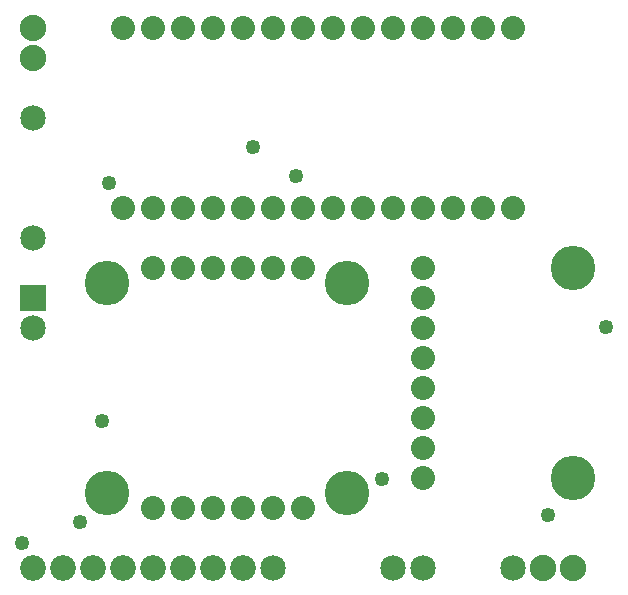
<source format=gts>
G04 MADE WITH FRITZING*
G04 WWW.FRITZING.ORG*
G04 DOUBLE SIDED*
G04 HOLES PLATED*
G04 CONTOUR ON CENTER OF CONTOUR VECTOR*
%ASAXBY*%
%FSLAX23Y23*%
%MOIN*%
%OFA0B0*%
%SFA1.0B1.0*%
%ADD10C,0.049370*%
%ADD11C,0.086000*%
%ADD12C,0.080000*%
%ADD13C,0.148425*%
%ADD14C,0.088000*%
%ADD15C,0.085000*%
%ADD16R,0.085000X0.085000*%
%ADD17R,0.001000X0.001000*%
%LNMASK1*%
G90*
G70*
G54D10*
X84Y202D03*
X348Y610D03*
X276Y274D03*
X372Y1402D03*
X996Y1426D03*
X852Y1522D03*
X2028Y922D03*
X1836Y298D03*
X1284Y418D03*
G54D11*
X820Y121D03*
X120Y121D03*
X220Y121D03*
X320Y121D03*
X420Y121D03*
X520Y121D03*
X620Y121D03*
X720Y121D03*
G54D12*
X1420Y921D03*
G54D13*
X1920Y421D03*
G54D12*
X1420Y521D03*
X1420Y721D03*
X1420Y1121D03*
X1420Y421D03*
X1420Y621D03*
X1420Y821D03*
X1420Y1021D03*
G54D13*
X1920Y1121D03*
G54D12*
X1420Y921D03*
G54D13*
X1920Y421D03*
G54D12*
X1420Y521D03*
X1420Y721D03*
X1420Y1121D03*
X1420Y421D03*
X1420Y621D03*
X1420Y821D03*
X1420Y1021D03*
G54D13*
X1920Y1121D03*
G54D14*
X1820Y121D03*
X1920Y121D03*
X120Y1821D03*
X120Y1921D03*
G54D13*
X365Y1071D03*
X1165Y1071D03*
G54D12*
X1020Y1121D03*
X920Y1121D03*
X820Y1121D03*
X720Y1121D03*
X620Y1121D03*
X520Y1121D03*
X520Y321D03*
X620Y321D03*
X720Y321D03*
X820Y321D03*
X920Y321D03*
X1020Y321D03*
G54D13*
X365Y371D03*
X1165Y371D03*
G54D12*
X420Y1921D03*
X520Y1921D03*
X620Y1921D03*
X720Y1921D03*
X820Y1921D03*
X920Y1921D03*
X1720Y1321D03*
X1620Y1321D03*
X1520Y1321D03*
X1420Y1321D03*
X1320Y1321D03*
X1220Y1321D03*
X1120Y1321D03*
X1020Y1321D03*
X920Y1321D03*
X820Y1321D03*
X720Y1321D03*
X620Y1321D03*
X520Y1321D03*
X420Y1321D03*
X1720Y1921D03*
X1620Y1921D03*
X1520Y1921D03*
X1420Y1921D03*
X1320Y1921D03*
X1220Y1921D03*
X1120Y1921D03*
X1020Y1921D03*
G54D15*
X920Y121D03*
X1320Y121D03*
X1720Y121D03*
X1420Y121D03*
X120Y1021D03*
X120Y921D03*
X120Y1221D03*
X120Y1621D03*
G54D16*
X120Y1021D03*
G54D17*
D02*
G04 End of Mask1*
M02*
</source>
